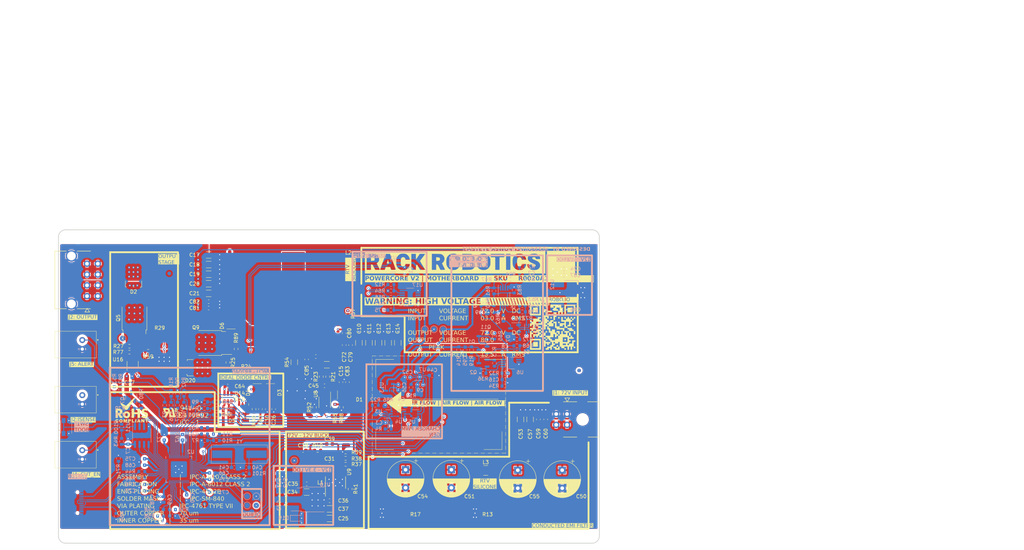
<source format=kicad_pcb>
(kicad_pcb (version 20221018) (generator pcbnew)

  (general
    (thickness 1.64)
  )

  (paper "A3")
  (title_block
    (title "PC-02 EDM PULSE GENERATOR")
    (company "DRAGONFLY POWER SYSTEMS")
  )

  (layers
    (0 "F.Cu" signal)
    (1 "In1.Cu" power)
    (2 "In2.Cu" signal)
    (3 "In3.Cu" signal)
    (4 "In4.Cu" power)
    (31 "B.Cu" signal)
    (32 "B.Adhes" user "B.Adhesive")
    (33 "F.Adhes" user "F.Adhesive")
    (34 "B.Paste" user)
    (35 "F.Paste" user)
    (36 "B.SilkS" user "B.Silkscreen")
    (37 "F.SilkS" user "F.Silkscreen")
    (38 "B.Mask" user)
    (39 "F.Mask" user)
    (40 "Dwgs.User" user "User.Drawings")
    (41 "Cmts.User" user "User.Comments")
    (42 "Eco1.User" user "User.Eco1")
    (43 "Eco2.User" user "User.Eco2")
    (44 "Edge.Cuts" user)
    (45 "Margin" user)
    (46 "B.CrtYd" user "B.Courtyard")
    (47 "F.CrtYd" user "F.Courtyard")
    (48 "B.Fab" user)
    (49 "F.Fab" user)
    (50 "User.1" user)
    (51 "User.2" user)
    (52 "User.3" user)
    (53 "User.4" user)
    (54 "User.5" user)
    (55 "User.6" user)
    (56 "User.7" user)
    (57 "User.8" user)
    (58 "User.9" user)
  )

  (setup
    (stackup
      (layer "F.SilkS" (type "Top Silk Screen") (color "White"))
      (layer "F.Paste" (type "Top Solder Paste"))
      (layer "F.Mask" (type "Top Solder Mask") (color "#000000CC") (thickness 0.01))
      (layer "F.Cu" (type "copper") (thickness 0.07))
      (layer "dielectric 1" (type "prepreg") (thickness 0.18) (material "FR4") (epsilon_r 4.29) (loss_tangent 0.02))
      (layer "In1.Cu" (type "copper") (thickness 0.035))
      (layer "dielectric 2" (type "core") (thickness 0.4) (material "FR4") (epsilon_r 4.29) (loss_tangent 0.02))
      (layer "In2.Cu" (type "copper") (thickness 0.035))
      (layer "dielectric 3" (type "prepreg") (thickness 0.18) (material "FR4") (epsilon_r 4.29) (loss_tangent 0.02))
      (layer "In3.Cu" (type "copper") (thickness 0.035))
      (layer "dielectric 4" (type "core") (thickness 0.4) (material "FR4") (epsilon_r 4.29) (loss_tangent 0.02))
      (layer "In4.Cu" (type "copper") (thickness 0.035))
      (layer "dielectric 5" (type "prepreg") (thickness 0.18) (material "FR4") (epsilon_r 4.29) (loss_tangent 0.02))
      (layer "B.Cu" (type "copper") (thickness 0.07))
      (layer "B.Mask" (type "Bottom Solder Mask") (color "#000000CC") (thickness 0.01))
      (layer "B.Paste" (type "Bottom Solder Paste"))
      (layer "B.SilkS" (type "Bottom Silk Screen") (color "White"))
      (copper_finish "ENIG")
      (dielectric_constraints no)
    )
    (pad_to_mask_clearance 0.0508)
    (solder_mask_min_width 0.0762)
    (aux_axis_origin 126.999998 193.999998)
    (pcbplotparams
      (layerselection 0x00010fc_ffffffff)
      (plot_on_all_layers_selection 0x0000000_00000000)
      (disableapertmacros false)
      (usegerberextensions true)
      (usegerberattributes false)
      (usegerberadvancedattributes false)
      (creategerberjobfile false)
      (dashed_line_dash_ratio 12.000000)
      (dashed_line_gap_ratio 3.000000)
      (svgprecision 4)
      (plotframeref false)
      (viasonmask false)
      (mode 1)
      (useauxorigin true)
      (hpglpennumber 1)
      (hpglpenspeed 20)
      (hpglpendiameter 15.000000)
      (dxfpolygonmode true)
      (dxfimperialunits true)
      (dxfusepcbnewfont true)
      (psnegative false)
      (psa4output false)
      (plotreference false)
      (plotvalue false)
      (plotinvisibletext false)
      (sketchpadsonfab false)
      (subtractmaskfromsilk true)
      (outputformat 1)
      (mirror false)
      (drillshape 0)
      (scaleselection 1)
      (outputdirectory "Gerbers/")
    )
  )

  (net 0 "")
  (net 1 "+3V3")
  (net 2 "GND")
  (net 3 "/CONTROLS/V_SENSE_FILTERED")
  (net 4 "/CONTROLS/V_SLOPE")
  (net 5 "VBUS")
  (net 6 "+12V")
  (net 7 "/CHARGER_POWER_STAGE/CHARGER_TEMP")
  (net 8 "/CONTROLS/CURRENT_TRIP")
  (net 9 "Net-(R49-Pad2)")
  (net 10 "/CONTROLS/OUTPUT_ISENSE_MICRO")
  (net 11 "Net-(Q10A-G)")
  (net 12 "Net-(U4-Pad2)")
  (net 13 "Net-(U8-IN)")
  (net 14 "+1V1")
  (net 15 "/MICRO/OUTPUT_STAGE_TEMP")
  (net 16 "/CHARGER_POWER_STAGE/VCAP")
  (net 17 "Net-(D7-A{slash}K)")
  (net 18 "/CONTROLS/CC_I_LIMIT")
  (net 19 "Net-(U9-BST)")
  (net 20 "Net-(U9-SW)")
  (net 21 "Net-(C38-Pad1)")
  (net 22 "Net-(U9-FB)")
  (net 23 "Net-(C40-Pad1)")
  (net 24 "/MICRO/XIN")
  (net 25 "/CONTROLS/V_CAP_SET")
  (net 26 "/CHARGER_POWER_STAGE/VSW")
  (net 27 "/CONTROLS/SLOPE_GENERATION/I_LIMIT_ADJUSTED")
  (net 28 "+5V")
  (net 29 "VDC")
  (net 30 "Net-(U7A--)")
  (net 31 "Net-(D3-K)")
  (net 32 "Net-(D5-A)")
  (net 33 "/CHARGER_POWER_STAGE/VHB_DIODE")
  (net 34 "/CHARGER_POWER_STAGE/VS_DIODE")
  (net 35 "Net-(Q3-G)")
  (net 36 "Net-(C84-Pad1)")
  (net 37 "Net-(C85-Pad2)")
  (net 38 "Net-(D1-K)")
  (net 39 "/CONNECTORS/ELECTRODE_-")
  (net 40 "Net-(D5-K)")
  (net 41 "/CONNECTORS/OUTPUT_ISENSE")
  (net 42 "/CONNECTORS/CUT_EN")
  (net 43 "/CONNECTORS/SHORT_ALERT")
  (net 44 "unconnected-(J6-VBUS-PadA4)")
  (net 45 "/CONNECTORS/USB_D_N")
  (net 46 "/CONNECTORS/USB_D_P")
  (net 47 "Net-(J6-CC1)")
  (net 48 "Net-(L2-Pad1)")
  (net 49 "/CONTROLS/OUTPUT_SHUNT_+")
  (net 50 "unconnected-(J6-SBU1-PadA8)")
  (net 51 "/CHARGER_POWER_STAGE/V_SHUNT_+")
  (net 52 "/CHARGER_POWER_STAGE/V_SHUNT_-")
  (net 53 "Net-(Q1-G)")
  (net 54 "Net-(Q2-G)")
  (net 55 "Net-(Q2-S)")
  (net 56 "Net-(Q2-D)")
  (net 57 "Net-(U16-IN)")
  (net 58 "Net-(U16-HO)")
  (net 59 "Net-(Q5-G)")
  (net 60 "Net-(Q7-G)")
  (net 61 "Net-(Q7-D)")
  (net 62 "/CHARGER_POWER_STAGE/VGH")
  (net 63 "Net-(Q9-G)")
  (net 64 "Net-(Q11-G)")
  (net 65 "Net-(U13-+)")
  (net 66 "Net-(U3-D)")
  (net 67 "Net-(U3-~{CLR})")
  (net 68 "/CONTROLS/CC_SLOPE_BLANKING")
  (net 69 "Net-(U6B-+)")
  (net 70 "/CHARGER_POWER_STAGE/CC_CHARGER_EN")
  (net 71 "/CONTROLS/SPARK_THRESHOLD_PWM")
  (net 72 "/MICRO/P_USB_P")
  (net 73 "/CONTROLS/OUTPUT_CURRENT_TRIP")
  (net 74 "Net-(R15-Pad2)")
  (net 75 "/MICRO/P_USB_N")
  (net 76 "Net-(J6-CC2)")
  (net 77 "Net-(U8-EN)")
  (net 78 "Net-(U8-HO)")
  (net 79 "/CHARGER_POWER_STAGE/CC_CHARGER_HI")
  (net 80 "/CHARGER_POWER_STAGE/VG_DIODE")
  (net 81 "/MICRO/OUTPUT_EN")
  (net 82 "/CONTROLS/CC_I_LIMIT_PWM")
  (net 83 "/CONTROLS/V_CAP_SET_PWM")
  (net 84 "Net-(R33-Pad1)")
  (net 85 "Net-(R38-Pad2)")
  (net 86 "Net-(U9-RT)")
  (net 87 "/MICRO/QSPI_SS")
  (net 88 "/CONTROLS/CC_CLK")
  (net 89 "Net-(U3-C)")
  (net 90 "Net-(U15A--)")
  (net 91 "unconnected-(J6-SBU2-PadB8)")
  (net 92 "/CONTROLS/VSENSE_TRIP")
  (net 93 "unconnected-(U6-Pad1)")
  (net 94 "/CONTROLS/CC_PWM_nEN")
  (net 95 "Net-(U15A-+)")
  (net 96 "Net-(U8-RDT)")
  (net 97 "Net-(U8-LO)")
  (net 98 "Net-(U15B-+)")
  (net 99 "Net-(U15B--)")
  (net 100 "Net-(R78-Pad2)")
  (net 101 "/MICRO/CUT_nEN")
  (net 102 "/CHARGER_POWER_STAGE/DIODE_ON")
  (net 103 "Net-(U14-IN)")
  (net 104 "/CHARGER_POWER_STAGE/GATE_BIAS_CLK")
  (net 105 "Net-(R100-Pad2)")
  (net 106 "/MICRO/XOUT")
  (net 107 "/CONNECTORS/SWCLK")
  (net 108 "/CONNECTORS/SWDIO")
  (net 109 "unconnected-(U2-GPIO23-Pad35)")
  (net 110 "unconnected-(U2-GPIO24-Pad36)")
  (net 111 "unconnected-(U2-GPIO16-Pad27)")
  (net 112 "unconnected-(U2-GPIO17-Pad28)")
  (net 113 "unconnected-(U2-GPIO18-Pad29)")
  (net 114 "unconnected-(U2-GPIO19-Pad30)")
  (net 115 "unconnected-(U2-GPIO20-Pad31)")
  (net 116 "unconnected-(U2-GPIO21-Pad32)")
  (net 117 "unconnected-(U2-GPIO22-Pad34)")
  (net 118 "unconnected-(U2-GPIO25-Pad37)")
  (net 119 "Net-(U11-~{RST}(IO3))")
  (net 120 "Net-(U11-CLK)")
  (net 121 "Net-(U11-DI(IO0))")
  (net 122 "Net-(U11-~{WP}(IO2))")
  (net 123 "Net-(U11-DO(IO1))")
  (net 124 "unconnected-(U8-NC-Pad5)")
  (net 125 "unconnected-(U9-PGOOD-Pad6)")
  (net 126 "Net-(U17A-+)")
  (net 127 "Net-(U17A--)")
  (net 128 "/CONTROLS/VSENSE_BUFFERED")
  (net 129 "Net-(C51-Pad2)")
  (net 130 "Net-(R62-Pad1)")
  (net 131 "Net-(D7-A)")
  (net 132 "Net-(D7-K)")
  (net 133 "unconnected-(U17-Pad7)")
  (net 134 "Net-(J5-Pad1)")
  (net 135 "Net-(Q5-S)")
  (net 136 "/CONTROLS/OUTPUT_SHUNT_-")
  (net 137 "Net-(D19-K)")
  (net 138 "unconnected-(U2-GPIO7-Pad9)")
  (net 139 "unconnected-(U2-GPIO8-Pad11)")

  (footprint "NET_TIES:NET_TIE_SMD_10mil" (layer "F.Cu") (at 180.339998 137.269 90))

  (footprint "SMD_INDUCTORS:PQ2617BHA" (layer "F.Cu") (at 192.150998 123.514998))

  (footprint "CONNECTORS:0430450822" (layer "F.Cu") (at 130.599998 120.914999 -90))

  (footprint "SMD_INDUCTORS:VLS6045EX" (layer "F.Cu") (at 196.849998 172.823998 180))

  (footprint "Capacitor_SMD:C_0603_1608Metric" (layer "F.Cu") (at 183.015998 156.788998 -90))

  (footprint "Capacitor_SMD:C_0603_1608Metric" (layer "F.Cu") (at 194.817998 168.251998 180))

  (footprint (layer "F.Cu") (at 174.498 113.157))

  (footprint "CONNECTORS:S2B-XH-A-1" (layer "F.Cu") (at 133.61432 154.149998 90))

  (footprint "Capacitor_SMD:C_0603_1608Metric" (layer "F.Cu") (at 200.786998 150.311998 180))

  (footprint "Capacitor_SMD:C_0603_1608Metric" (layer "F.Cu") (at 262.128 159.639 90))

  (footprint "Capacitor_SMD:C_0603_1608Metric" (layer "F.Cu") (at 173.998998 150.375498))

  (footprint "Resistor_SMD:R_1206_3216Metric" (layer "F.Cu") (at 201.421998 144.469998 180))

  (footprint "Capacitor_SMD:C_1206_3216Metric" (layer "F.Cu") (at 221.106998 138.373998 90))

  (footprint "DFN_QFN:INFINEON_TSDSON-8-25" (layer "F.Cu") (at 203.072998 140.151998 -90))

  (footprint "Capacitor_SMD:C_0603_1608Metric" (layer "F.Cu") (at 146.697998 147.644998))

  (footprint "NET_TIES:NET_TIE_SMD_10mil" (layer "F.Cu") (at 156.336998 137.777 90))

  (footprint "Resistor_SMD:R_0603_1608Metric" (layer "F.Cu") (at 206.629 172.085 180))

  (footprint "Capacitor_SMD:C_0603_1608Metric" (layer "F.Cu") (at 173.490998 156.725498))

  (footprint "Resistor_SMD:R_0603_1608Metric" (layer "F.Cu") (at 199.897998 147.771998 -90))

  (footprint "Resistor_SMD:R_0603_1608Metric" (layer "F.Cu") (at 176.276 140.081 90))

  (footprint "Capacitor_SMD:C_1206_3216Metric" (layer "F.Cu") (at 255.143 159.639 90))

  (footprint "Resistor_SMD:R_0603_1608Metric" (layer "F.Cu") (at 203.707998 156.280998 90))

  (footprint "Package_TO_SOT_SMD:TO-277A" (layer "F.Cu") (at 147.827998 119.689998 180))

  (footprint "Resistor_SMD:R_0603_1608Metric" (layer "F.Cu") (at 181.237998 156.788998 -90))

  (footprint "Fiducial:Fiducial_1mm_Mask2mm" (layer "F.Cu") (at 148.082 186.817))

  (footprint "Capacitor_SMD:C_1206_3216Metric" (layer "F.Cu") (at 210.311998 138.373998 90))

  (footprint "Capacitor_SMD:C_1206_3216Metric" (layer "F.Cu") (at 213.105998 138.373998 90))

  (footprint "Package_TO_SOT_SMD:SOT-23-6" (layer "F.Cu") (at 173.998998 153.550498 90))

  (footprint "Capacitor_SMD:C_0603_1608Metric" (layer "F.Cu") (at 184.920998 156.788998 -90))

  (footprint "Capacitor_SMD:C_1206_3216Metric" (layer "F.Cu") (at 168.655998 113.989998))

  (footprint "Capacitor_SMD:C_0603_1608Metric" (layer "F.Cu") (at 207.136998 149.295998 90))

  (footprint "Capacitor_SMD:C_1206_3216Metric" (layer "F.Cu") (at 257.81 159.639 90))

  (footprint "Resistor_SMD:R_0603_1608Metric" (layer "F.Cu") (at 206.628998 168.656 180))

  (footprint "NET_TIES:NET_TIE_SMD_10mil" (layer "F.Cu") (at 180.339998 141.369 90))

  (footprint "TSOP_PACKAGES:TSOP_6_2.5MM WIDTH" (layer "F.Cu") (at 178.062998 156.788998 -90))

  (footprint "CONNECTORS:S2B-XH-A-1" (layer "F.Cu") (at 133.61432 138.857938 90))

  (footprint "Capacitor_SMD:C_0603_1608Metric" (layer "F.Cu") (at 168.655998 126.943998))

  (footprint "Capacitor_SMD:C_0603_1608Metric" (layer "F.Cu") (at 198.373998 142.183998 180))

  (footprint "Capacitor_SMD:C_0603_1608Metric" (layer "F.Cu") (at 205.358998 149.295998 90))

  (footprint "GRAPHICS:powercore_version_2.0_graphic_3" (layer "F.Cu")
    (tstamp 5ee18884-9c0f-406e-b0d2-2c894256c972)
    (at 141.346 190.069)
    (attr smd)
    (fp_text reference "REF**" (at -27 -7 unlocked) (layer "User.1")
        (effects (font (size 1 1) (thickness 0.1)))
      (tstamp e53af15d-bf74-4bfb-8e02-3a951425c197)
    )
    (fp_text value "powercore_version_2.0_graphic_3" (at -18 -9 unlocked) (layer "F.Fab")
        (effects (font (size 1 1) (thickness 0.15)))
      (tstamp c7d01525-7948-44c0-8acd-114b8adc52a8)
    )
    (fp_text user "${REFERENCE}" (at -25 -5 unlocked) (layer "F.Fab")
        (effects (font (size 1 1) (thickness 0.15)))
      (tstamp a95eca27-a40f-4875-8743-f9fd430dbc9f)
    )
    (fp_text_box "ASSEMBLY			|	IPC-A-610 CLASS 2\nFABRICATION 		| 	IPC-A-6012 CLASS 2\nENIG PLATING 		| 	IPC-4552B\nSOLDER MASK		| 	IPC-SM-840\nVIA PLATING 		| 	IPC-4761 TYPE VII\nOUTER COPPER 	|	70 um\nINNER COPPER	|	35 um"
    (start 1 -16) (end 46 -4) (layer "F.SilkS") (tstamp cb7f11b2-71ce-45fc-b399-29f895369ccf)
        (effects (font (face "Bahnschrift") (size 1.2 1.2) (thickness 0.1)) (justify left top))
      (render_cache "ASSEMBLY			|	IPC-A-610 CLASS 2\nFABRICATION 		| 	IPC-A-6012 CLASS 2\nENIG PLATING 		| 	IPC-4552B\nSOLDER MASK		| 	IPC-SM-840\nVIA PLATING 		| 	IPC-4761 TYPE VII\nOUTER COPPER 	|	70 um\nINNER COPPER	|	35 um" 0
        (polygon
          (pts
            (xy 1.932825 -13.900001)            (xy 2.372462 -15.092589)            (xy 2.515197 -15.092589)            (xy 2.954835 -13.900001)
            (xy 2.774583 -13.900001)            (xy 2.443976 -14.86222)            (xy 2.113369 -13.900001)
          )
        )
        (polygon
          (pts
            (xy 2.135351 -14.161731)            (xy 2.135351 -14.32088)            (xy 2.76286 -14.32088)            (xy 2.76286 -14.161731)
          )
        )
        (polygon
          (pts
            (xy 3.427298 -13.887691)            (xy 3.411067 -13.887835)            (xy 3.395015 -13.888268)            (xy 3.379145 -13.888989)
            (xy 3.363454 -13.889999)            (xy 3.347944 -13.891297)            (xy 3.332614 -13.892884)            (xy 3.317465 -13.894759)
            (xy 3.302496 -13.896923)            (xy 3.287707 -13.899375)            (xy 3.273099 -13.902116)            (xy 3.26346 -13.904104)
            (xy 3.249202 -13.907325)            (xy 3.235113 -13.910836)            (xy 3.221195 -13.914634)            (xy 3.207447 -13.918722)
            (xy 3.193869 -13.923097)            (xy 3.180461 -13.927762)            (xy 3.167223 -13.932715)            (xy 3.154155 -13.937956)
            (xy 3.141257 -13.943486)            (xy 3.128529 -13.949304)            (xy 3.120138 -13.953343)            (xy 3.107683 -13.959642)
            (xy 3.095378 -13.96623)            (xy 3.083221 -13.973106)            (xy 3.071215 -13.980271)            (xy 3.059357 -13.987724)
            (xy 3.047649 -13.995466)            (xy 3.036091 -14.003496)            (xy 3.024682 -14.011815)            (xy 3.013422 -14.020422)
            (xy 3.002312 -14.029318)            (xy 2.994988 -14.035409)            (xy 3.099035 -14.163197)            (xy 3.111958 -14.152408)
            (xy 3.125118 -14.142135)            (xy 3.138515 -14.132377)            (xy 3.152149 -14.123135)            (xy 3.16602 -14.114407)
            (xy 3.180128 -14.106195)            (xy 3.194473 -14.098498)            (xy 3.209055 -14.091316)            (xy 3.223874 -14.084649)
            (xy 3.238929 -14.078498)            (xy 3.249098 -14.074683)            (xy 3.264609 -14.069393)            (xy 3.280367 -14.064623)
            (xy 3.296373 -14.060373)            (xy 3.312626 -14.056644)            (xy 3.329126 -14.053435)            (xy 3.345873 -14.050747)
            (xy 3.362868 -14.048579)            (xy 3.38011 -14.046931)            (xy 3.397599 -14.045803)            (xy 3.409396 -14.045341)
            (xy 3.421303 -14.04511)            (xy 3.427298 -14.045081)            (xy 3.443263 -14.04527)            (xy 3.458773 -14.045836)
            (xy 3.473827 -14.046781)            (xy 3.488426 -14.048103)            (xy 3.502569 -14.049803)            (xy 3.516256 -14.051881)
            (xy 3.529487 -14.054337)            (xy 3.542263 -14.057171)            (xy 3.554583 -14.060382)            (xy 3.566448 -14.063971)
            (xy 3.577856 -14.067938)            (xy 3.58881 -14.072283)            (xy 3.604385 -14.079509)            (xy 3.618935 -14.087585)
            (xy 3.628065 -14.093441)            (xy 3.640846 -14.102898)            (xy 3.652369 -14.113025)            (xy 3.662635 -14.123822)
            (xy 3.671645 -14.135289)            (xy 3.679397 -14.147425)            (xy 3.685892 -14.160231)            (xy 3.691129 -14.173707)
            (xy 3.69511 -14.187853)            (xy 3.697834 -14.202668)            (xy 3.6993 -14.218154)            (xy 3.69958 -14.228849)
            (xy 3.69958 -14.229728)            (xy 3.699263 -14.242197)            (xy 3.698312 -14.254104)            (xy 3.696059 -14.269107)
            (xy 3.69268 -14.283111)            (xy 3.688173 -14.296117)            (xy 3.68254 -14.308125)            (xy 3.675781 -14.319134)
            (xy 3.667895 -14.329145)            (xy 3.66353 -14.333776)            (xy 3.654164 -14.342569)            (xy 3.644094 -14.350775)
            (xy 3.633318 -14.358395)            (xy 3.621837 -14.36543)            (xy 3.609651 -14.371878)            (xy 3.59676 -14.37774)
            (xy 3.583163 -14.383015)            (xy 3.568861 -14.387705)            (xy 3.554032 -14.392005)            (xy 3.542683 -14.395104)
            (xy 3.531137 -14.398094)            (xy 3.519396 -14.400977)            (xy 3.507458 -14.403751)            (xy 3.495325 -14.406418)
            (xy 3.482997 -14.408975)            (xy 3.470472 -14.411425)            (xy 3.457752 -14.413767)            (xy 3.444836 -14.416)
            (xy 3.440487 -14.416721)            (xy 3.427837 -14.4189)            (xy 3.415167 -14.421151)            (xy 3.402476 -14.423475)
            (xy 3.389764 -14.425871)            (xy 3.377032 -14.428338)            (xy 3.364279 -14.430878)            (xy 3.351505 -14.43349)
            (xy 3.338711 -14.436175)            (xy 3.325896 -14.438931)            (xy 3.313061 -14.441759)            (xy 3.304493 -14.443685)
            (xy 3.291783 -14.446805)            (xy 3.279265 -14.450228)            (xy 3.266937 -14.453956)            (xy 3.2548 -14.457987)
            (xy 3.242853 -14.462322)            (xy 3.231097 -14.466962)            (xy 3.219532 -14.471905)            (xy 3.208157 -14.477152)
            (xy 3.196973 -14.482704)            (xy 3.185979 -14.488559)            (xy 3.178756 -14.492631)            (xy 3.168184 -14.499149)
            (xy 3.158008 -14.506171)            (xy 3.148228 -14.513698)            (xy 3.138846 -14.52173)            (xy 3.12986 -14.530267)
            (xy 3.12127 -14.539308)            (xy 3.113078 -14.548855)            (xy 3.105282 -14.558907)            (xy 3.097883 -14.569463)
            (xy 3.09088 -14.580524)            (xy 3.086433 -14.588179)            (xy 3.080199 -14.60025)            (xy 3.07458 -14.613053)
            (xy 3.069573 -14.626587)            (xy 3.065179 -14.640853)            (xy 3.061398 -14.655851)            (xy 3.058231 -14.67158)
            (xy 3.055676 -14.68804)            (xy 3.053735 -14.705233)            (xy 3.052781 -14.7171)            (xy 3.0521 -14.729294)
            (xy 3.051691 -14.741812)            (xy 3.051555 -14.754655)            (xy 3.051555 -14.755534)            (xy 3.051987 -14.776051)
            (xy 3.053286 -14.795981)            (xy 3.05545 -14.815325)            (xy 3.058479 -14.834083)            (xy 3.062374 -14.852255)
            (xy 3.067134 -14.86984)            (xy 3.07276 -14.886839)            (xy 3.079252 -14.903252)            (xy 3.086609 -14.919079)
            (xy 3.094831 -14.93432)            (xy 3.10392 -14.948975)            (xy 3.113873 -14.963043)            (xy 3.124692 -14.976525)
            (xy 3.136377 -14.989421)            (xy 3.148927 -15.001731)            (xy 3.162343 -15.013455)            (xy 3.176547 -15.024528)
            (xy 3.19146 -15.034887)            (xy 3.207083 -15.044532)            (xy 3.223416 -15.053462)            (xy 3.240459 -15.061677)
            (xy 3.258212 -15.069179)            (xy 3.276674 -15.075966)            (xy 3.295846 -15.082038)            (xy 3.315729 -15.087396)
            (xy 3.33632 -15.09204)            (xy 3.357622 -15.095969)            (xy 3.379634 -15.099184)            (xy 3.402355 -15.101684)
            (xy 3.425787 -15.10347)            (xy 3.437768 -15.104096)            (xy 3.449928 -15.104542)            (xy 3.462264 -15.10481)
            (xy 3.474779 -15.104899)            (xy 3.486778 -15.104779)            (xy 3.498743 -15.104418)            (xy 3.510674 -15.103817)
            (xy 3.522571 -15.102976)            (xy 3.534433 -15.101894)            (xy 3.546261 -15.100572)            (xy 3.558054 -15.099009)
            (xy 3.569814 -15.097206)            (xy 3.581538 -15.095162)            (xy 3.593229 -15.092878)            (xy 3.604885 -15.090354)
            (xy 3.616507 -15.087589)            (xy 3.628094 -15.084583)            (xy 3.639647 -15.081338)            (xy 3.651166 -15.077851)
            (xy 3.66265 -15.074125)            (xy 3.674134 -15.070186)            (xy 3.685576 -15.065991)            (xy 3.696976 -15.06154)
            (xy 3.708336 -15.056832)            (xy 3.719654 -15.051868)            (xy 3.730931 -15.046647)            (xy 3.742167 -15.04117)
            (xy 3.753362 -15.035437)            (xy 3.764516 -15.029447)            (xy 3.775628 -15.0232)            (xy 3.786699 -15.016697)
            (xy 3.797729 -15.009938)            (xy 3.808717 -15.002922)            (xy 3.819665 -14.995649)            (xy 3.830571 -14.988121)
            (xy 3.841436 -14.980335)            (xy 3.746474 -14.847565)            (xy 3.733675 -14.856843)            (xy 3.720886 -14.865662)
            (xy 3.708107 -14.874023)            (xy 3.695339 -14.881925)            (xy 3.682581 -14.889369)            (xy 3.669833 -14.896354)
            (xy 3.657096 -14.902881)            (xy 3.644369 -14.908949)            (xy 3.631652 -14.914559)            (xy 3.618945 -14.91971)
            (xy 3.61048 -14.92289)            (xy 3.597833 -14.927289)            (xy 3.58517 -14.931256)            (xy 3.572492 -14.934791)
            (xy 3.559798 -14.937892)            (xy 3.547089 -14.940561)            (xy 3.534364 -14.942797)            (xy 3.521624 -14.9446)
            (xy 3.508869 -14.94597)            (xy 3.496098 -14.946908)            (xy 3.483312 -14.947413)            (xy 3.474779 -14.947509)
            (xy 3.459714 -14.947318)            (xy 3.445076 -14.946744)            (xy 3.430863 -14.945788)            (xy 3.417076 -14.94445)
            (xy 3.403715 -14.942729)            (xy 3.390781 -14.940626)            (xy 3.378271 -14.938141)            (xy 3.366188 -14.935273)
            (xy 3.354531 -14.932022)            (xy 3.3433 -14.92839)            (xy 3.327251 -14.922224)            (xy 3.312161 -14.915197)
            (xy 3.298029 -14.90731)            (xy 3.284855 -14.898563)            (xy 3.272756 -14.889082)            (xy 3.261847 -14.878886)
            (xy 3.252127 -14.867973)            (xy 3.243598 -14.856344)            (xy 3.236259 -14.843999)            (xy 3.23011 -14.830938)
            (xy 3.225152 -14.817161)            (xy 3.221383 -14.802667)            (xy 3.218804 -14.787458)            (xy 3.217416 -14.771532)
            (xy 3.217151 -14.760517)            (xy 3.217151 -14.759638)            (xy 3.217497 -14.747331)            (xy 3.218532 -14.735581)
            (xy 3.220987 -14.72078)            (xy 3.224669 -14.706968)            (xy 3.229578 -14.694145)            (xy 3.235715 -14.682312)
            (xy 3.243078 -14.671467)            (xy 3.25167 -14.661612)            (xy 3.256426 -14.657056)            (xy 3.266693 -14.648547)
            (xy 3.277711 -14.640606)            (xy 3.289481 -14.633233)            (xy 3.302001 -14.626428)            (xy 3.315273 -14.62019)
            (xy 3.329295 -14.614521)            (xy 3.344069 -14.609419)            (xy 3.355642 -14.605966)            (xy 3.359594 -14.604885)
            (xy 3.371601 -14.601771)            (xy 3.383774 -14.598693)            (xy 3.396111 -14.59565)            (xy 3.408613 -14.592644)
            (xy 3.42128 -14.589674)            (xy 3.434112 -14.58674)            (xy 3.447109 -14.583842)            (xy 3.460271 -14.58098)
            (xy 3.473597 -14.578154)            (xy 3.487089 -14.575364)            (xy 3.496174 -14.573525)            (xy 3.508484 -14.571005)
            (xy 3.520794 -14.568393)            (xy 3.533104 -14.565688)            (xy 3.545414 -14.562891)            (xy 3.557724 -14.560001)
            (xy 3.570033 -14.557018)            (xy 3.582343 -14.553942)            (xy 3.594653 -14.550773)            (xy 3.606963 -14.547512)
            (xy 3.619273 -14.544158)            (xy 3.627479 -14.541871)            (xy 3.639684 -14.538264)            (xy 3.651677 -14.534369)
            (xy 3.663458 -14.530186)            (xy 3.675029 -14.525714)            (xy 3.686388 -14.520954)            (xy 3.697536 -14.515905)
            (xy 3.708473 -14.510567)            (xy 3.719199 -14.504941)            (xy 3.729713 -14.499027)            (xy 3.740016 -14.492824)
            (xy 3.746768 -14.488528)            (xy 3.756636 -14.481762)            (xy 3.766129 -14.474542)            (xy 3.775245 -14.466869)
            (xy 3.783986 -14.458743)            (xy 3.79235 -14.450163)            (xy 3.800338 -14.44113)            (xy 3.80795 -14.431643)
            (xy 3.815186 -14.421703)            (xy 3.822046 -14.41131)            (xy 3.82853 -14.400463)            (xy 3.832643 -14.39298)
            (xy 3.838457 -14.38128)            (xy 3.843699 -14.368931)            (xy 3.84837 -14.355932)            (xy 3.852468 -14.342285)
            (xy 3.855995 -14.327988)            (xy 3.858949 -14.313042)            (xy 3.861332 -14.297447)            (xy 3.863143 -14.281203)
            (xy 3.864382 -14.264309)            (xy 3.865049 -14.246767)            (xy 3.865176 -14.234711)            (xy 3.865176 -14.232952)
            (xy 3.864728 -14.212653)            (xy 3.863381 -14.192936)            (xy 3.861137 -14.173801)            (xy 3.857996 -14.155246)
            (xy 3.853957 -14.137274)            (xy 3.84902 -14.119883)            (xy 3.843185 -14.103074)            (xy 3.836453 -14.086846)
            (xy 3.828824 -14.0712)            (xy 3.820297 -14.056136)            (xy 3.810872 -14.041653)            (xy 3.80055 -14.027752)
            (xy 3.78933 -14.014432)            (xy 3.777212 -14.001694)            (xy 3.764197 -13.989538)            (xy 3.750285 -13.977963)
            (xy 3.735593 -13.967031)            (xy 3.720169 -13.956805)            (xy 3.704013 -13.947284)            (xy 3.687123 -13.938469)
            (xy 3.669501 -13.930358)            (xy 3.651146 -13.922953)            (xy 3.632059 -13.916253)            (xy 3.612239 -13.910259)
            (xy 3.591686 -13.904969)            (xy 3.5704 -13.900385)            (xy 3.548381 -13.896506)            (xy 3.52563 -13.893333)
            (xy 3.51398 -13.89201)            (xy 3.502146 -13.890864)            (xy 3.490129 -13.889895)            (xy 3.477929 -13.889101)
            (xy 3.465546 -13.888484)            (xy 3.45298 -13.888043)            (xy 3.440231 -13.887779)
          )
        )
        (polygon
          (pts
            (xy 4.428498 -13.887691)            (xy 4.412267 -13.887835)            (xy 4.396216 -13.888268)            (xy 4.380345 -13.888989)
            (xy 4.364655 -13.889999)            (xy 4.349145 -13.891297)            (xy 4.333815 -13.892884)            (xy 4.318665 -13.894759)
            (xy 4.303696 -13.896923)            (xy 4.288907 -13.899375)            (xy 4.274299 -13.902116)            (xy 4.26466 -13.904104)
            (xy 4.250402 -13.907325)            (xy 4.236314 -13.910836)            (xy 4.222396 -13.914634)            (xy 4.208648 -13.918722)
            (xy 4.195069 -13.923097)            (xy 4.181661 -13.927762)            (xy 4.168423 -13.932715)            (xy 4.155355 -13.937956)
            (xy 4.142457 -13.943486)            (xy 4.129729 -13.949304)            (xy 4.121338 -13.953343)            (xy 4.108883 -13.959642)
            (xy 4.096578 -13.96623)            (xy 4.084422 -13.973106)            (xy 4.072415 -13.980271)            (xy 4.060558 -13.987724)
            (xy 4.04885 -13.995466)            (xy 4.037291 -14.003496)            (xy 4.025882 -14.011815)            (xy 4.014622 -14.020422)
            (xy 4.003512 -14.029318)            (xy 3.996188 -14.035409)            (xy 4.100236 -14.163197)            (xy 4.113159 -14.152408)
            (xy 4.126319 -14.142135)            (xy 4.139716 -14.132377)            (xy 4.153349 -14.123135)            (xy 4.16722 -14.114407)
            (xy 4.181328 -14.106195)            (xy 4.195673 -14.098498)            (xy 4.210255 -14.091316)            (xy 4.225074 -14.084649)
            (xy 4.24013 -14.078498)            (xy 4.250299 -14.074683)            (xy 4.26581 -14.069393)            (xy 4.281568 -14.064623)
            (xy 4.297573 -14.060373)            (xy 4.313826 -14.056644)            (xy 4.330326 -14.053435)            (xy 4.347074 -14.050747)
            (xy 4.364068 -14.048579)            (xy 4.38131 -14.046931)            (xy 4.3988 -14.045803)            (xy 4.410597 -14.045341)
            (xy 4.422504 -14.04511)            (xy 4.428498 -14.045081)            (xy 4.444464 -14.04527)            (xy 4.459973 -14.045836)
            (xy 4.475028 -14.046781)            (xy 4.489626 -14.048103)            (xy 4.503769 -14.049803)            (xy 4.517456 -14.051881)
            (xy 4.530687 -14.054337)            (xy 4.543463 -14.057171)            (xy 4.555783 -14.060382)            (xy 4.567648 -14.063971)
            (xy 4.579057 -14.067938)            (xy 4.59001 -14.072283)            (xy 4.605585 -14.079509)            (xy 4.620135 -14.087585)
            (xy 4.629266 -14.093441)            (xy 4.642046 -14.102898)            (xy 4.653569 -14.113025)            (xy 4.663836 -14.123822)
            (xy 4.672845 -14.135289)            (xy 4.680597 -14.147425)            (xy 4.687092 -14.160231)            (xy 4.69233 -14.173707)
            (xy 4.69631 -14.187853)            (xy 4.699034 -14.202668)            (xy 4.700501 -14.218154)            (xy 4.70078 -14.228849)
            (xy 4.70078 -14.229728)            (xy 4.700463 -14.242197)            (xy 4.699513 -14.254104)            (xy 4.69726 -14.269107)
            (xy 4.69388 -14.283111)            (xy 4.689374 -14.296117)            (xy 4.683741 -14.308125)            (xy 4.676981 -14.319134)
            (xy 4.669095 -14.329145)            (xy 4.66473 -14.333776)            (xy 4.655365 -14.342569)            (xy 4.645294 -14.350775)
            (xy 4.634519 -14.358395)            (xy 4.623038 -14.36543)            (xy 4.610851 -14.371878)            (xy 4.59796 -14.37774)
            (xy 4.584363 -14.383015)            (xy 4.570061 -14.387705)            (xy 4.555233 -14.392005)            (xy 4.543883 -14.395104)
            (xy 4.532337 -14.398094)            (xy 4.520596 -14.400977)            (xy 4.508659 -14.403751)            (xy 4.496526 -14.406418)
            (xy 4.484197 -14.408975)            (xy 4.471672 -14.411425)            (xy 4.458952 -14.413767)            (xy 4.446036 -14.416)
            (xy 4.441687 -14.416721)            (xy 4.429037 -14.4189)            (xy 4.416367 -14.421151)            (xy 4.403676 -14.423475)
            (xy 4.390964 -14.425871)            (xy 4.378232 -14.428338)            (xy 4.365479 -14.430878)            (xy 4.352705 -14.43349)
            (xy 4.339911 -14.436175)            (xy 4.327097 -14.438931)            (xy 4.314261 -14.441759)            (xy 4.305693 -14.443685)
            (xy 4.292984 -14.446805)            (xy 4.280465 -14.450228)            (xy 4.268137 -14.453956)            (xy 4.256 -14.457987)
            (xy 4.244053 -14.462322)            (xy 4.232297 -14.466962)            (xy 4.220732 -14.471905)            (xy 4.209357 -14.477152)
            (xy 4.198173 -14.482704)            (xy 4.18718 -14.488559)            (xy 4.179957 -14.492631)            (xy 4.169384 -14.499149)
            (xy 4.159208 -14.506171)            (xy 4.149428 -14.513698)            (xy 4.140046 -14.52173)            (xy 4.13106 -14.530267)
            (xy 4.122471 -14.539308)            (xy 4.114278 -14.548855)            (xy 4.106482 -14.558907)            (xy 4.099083 -14.569463)
            (xy 4.092081 -14.580524)            (xy 4.087633 -14.588179)            (xy 4.0814 -14.60025)            (xy 4.07578 -14.613053)
            (xy 4.070773 -14.626587)            (xy 4.066379 -14.640853)            (xy 4.062598 -14.655851)            (xy 4.059431 -14.67158)
            (xy 4.056876 -14.68804)            (xy 4.054935 -14.705233)            (xy 4.053981 -14.7171)            (xy 4.0533 -14.729294)
            (xy 4.052891 -14.741812)            (xy 4.052755 -14.754655)            (xy 4.052755 -14.755534)            (xy 4.053188 -14.776051)
            (xy 4.054486 -14.795981)            (xy 4.05665 -14.815325)            (xy 4.059679 -14.834083)            (xy 4.063574 -14.852255)
            (xy 4.068335 -14.86984)            (xy 4.073961 -14.886839)            (xy 4.080452 -14.903252)            (xy 4.087809 -14.919079)
            (xy 4.096032 -14.93432)            (xy 4.10512 -14.948975)            (xy 4.115074 -14.963043)            (xy 4.125893 -14.976525)
            (xy 4.137577 -14.989421)            (xy 4.150128 -15.001731)            (xy 4.163544 -15.013455)            (xy 4.177747 -15.024528)
            (xy 4.19266 -15.034887)            (xy 4.208283 -15.044532)            (xy 4.224616 -15.053462)            (xy 4.241659 -15.061677)
            (xy 4.259412 -15.069179)            (xy 4.277874 -15.075966)            (xy 4.297047 -15.082038)            (xy 4.316929 -15.087396)
            (xy 4.337521 -15.09204)            (xy 4.358823 -15.095969)            (xy 4.380834 -15.099184)            (xy 4.403556 -15.101684)
            (xy 4.426987 -15.10347)            (xy 4.438969 -15.104096)            (xy 4.451128 -15.104542)            (xy 4.463465 -15.10481)
            (xy 4.475979 -15.104899)            (xy 4.487979 -15.104779)            (xy 4.499944 -15.104418)            (xy 4.511875 -15.103817)
            (xy 4.523771 -15.102976)            (xy 4.535633 -15.101894)            (xy 4.547461 -15.100572)            (xy 4.559255 -15.099009)
            (xy 4.571014 -15.097206)            (xy 4.582739 -15.095162)            (xy 4.594429 -15.092878)            (xy 4.606085 -15.090354)
            (xy 4.617707 -15.087589)            (xy 4.629294 -15.084583)            (xy 4.640847 -15.081338)            (xy 4.652366 -15.077851)
            (xy 4.663851 -15.074125)            (xy 4.675334 -15.070186)            (xy 4.686776 -15.065991)            (xy 4.698177 -15.06154)
            (xy 4.709536 -15.056832)            (xy 4.720855 -15.051868)            (xy 4.732132 -15.046647)            (xy 4.743368 -15.04117)
            (xy 4.754562 -15.035437)            (xy 4.765716 -15.029447)            (xy 4.776828 -15.0232)            (xy 4.787899 -15.016697)
            (xy 4.798929 -15.009938)            (xy 4.809918 -15.002922)            (xy 4.820865 -14.995649)            (xy 4.831771 -14.988121)
            (xy 4.842636 -14.980335)            (xy 4.747675 -14.847565)            (xy 4.734875 -14.856843)            (xy 4.722086 -14.865662)
            (xy 4.709308 -14.874023)            (xy 4.696539 -14.881925)            (xy 4.683781 -14.889369)            (xy 4.671034 -14.896354)
            (xy 4.658296 -14.902881)            (xy 4.645569 -14.908949)            (xy 4.632852 -14.914559)            (xy 4.620146 -14.91971)
            (xy 4.61168 -14.92289)            (xy 4.599033 -14.927289)            (xy 4.58637 -14.931256)            (xy 4.573692 -14.934791)
            (xy 4.560998 -14.937892)            (xy 4.548289 -14.940561)            (xy 4.535565 -14.942797)            (xy 4.522825 -14.9446)
            (xy 4.510069 -14.94597)            (xy 4.497298 -14.946908)            (xy 4.484512 -14.947413)            (xy 4.475979 -14.947509)
            (xy 4.460915 -14.947318)            (xy 4.446276 -14.946744)            (xy 4.432063 -14.945788)            (xy 4.418277 -14.94445)
            (xy 4.404916 -14.942729)            (xy 4.391981 -14.940626)            (xy 4.379472 -14.938141)            (xy 4.367389 -14.935273)
            (xy 4.355731 -14.932022)            (xy 4.3445 -14.92839)            (xy 4.328452 -14.922224)            (xy 4.313361 -14.915197)
            (xy 4.299229 -14.90731)            (xy 4.286056 -14.898563)            (xy 4.273956 -14.889082)            (xy 4.263047 -14.878886)
            (xy 4.253328 -14.867973)            (xy 4.244799 -14.856344)            (xy 4.23746 -14.843999)            (xy 4.231311 -14.830938)
            (xy 4.226352 -14.817161)            (xy 4.222583 -14.802667)            (xy 4.220005 -14.787458)            (xy 4.218616 -14.771532)
            (xy 4.218352 -14.760517)            (xy 4.218352 -14.759638)            (xy 4.218697 -14.747331)            (xy 4.219732 -14.735581)
            (xy 4.222187 -14.72078)            (xy 4.225869 -14.706968)            (xy 4.230778 -14.694145)            (xy 4.236915 -14.682312)
            (xy 4.244279 -14.671467)            (xy 4.25287 -14.661612)            (xy 4.257626 -14.657056)            (xy 4.267893 -14.648547)
            (xy 4.278912 -14.640606)            (xy 4.290681 -14.633233)            (xy 4.303202 -14.626428)            (xy 4.316473 -14.62019)
            (xy 4.330496 -14.614521)            (xy 4.345269 -14.609419)            (xy 4.356842 -14.605966)            (xy 4.360794 -14.604885)
            (xy 4.372802 -14.601771)            (xy 4.384974 -14.598693)            (xy 4.397311 -14.59565)            (xy 4.409814 -14.592644)
            (xy 4.422481 -14.589674)            (xy 4.435313 -14.58674)            (xy 4.448309 -14.583842)            (xy 4.461471 -14.58098)
            (xy 4.474797 -14.578154)            (xy 4.488289 -14.575364)            (xy 4.497375 -14.573525)            (xy 4.509684 -14.571005)
            (xy 4.521994 -14.568393)            (xy 4.534304 -14.565688)            (xy 4.546614 -14.562891)            (xy 4.558924 -14.560001)
            (xy 4.571234 -14.557018)            (xy 4.583544 -14.553942)            (xy 4.595853 -14.550773)            (xy 4.608163 -14.547512)
            (xy 4.620473 -14.544158)            (xy 4.62868 -14.541871)            (xy 4.640884 -14.538264)            (xy 4.652877 -14.534369)
            (xy 4.664659 -14.530186)            (xy 4.676229 -14.525714)            (xy 4.687588 -14.520954)            (xy 4.698736 -14.515905)
            (xy 4.709673 -14.510567)            (xy 4.720399 -14.504941)            (xy 4.730913 -14.499027)            (xy 4.741216 -14.492824)
            (xy 4.747968 -14.488528)            (xy 4.757836 -14.481762)            (xy 4.767329 -14.474542)            (xy 4.776445 -14.466869)
            (xy 4.785186 -14.458743)            (xy 4.79355 -14.450163)            (xy 4.801538 -14.44113)            (xy 4.80915 -14.431643)
            (xy 4.816386 -14.421703)            (xy 4.823246 -14.41131)            (xy 4.82973 -14.400463)            (xy 4.833844 -14.39298)
            (xy 4.839658 -14.38128)            (xy 4.8449 -14.368931)            (xy 4.84957 -14.355932)            (xy 4.853668 -14.342285)
            (xy 4.857195 -14.327988)            (xy 4.86015 -14.313042)            (xy 4.862532 -14.297447)            (xy 4.864343 -14.281203)
            (xy 4.865582 -14.264309)            (xy 4.86625 -14.246767)            (xy 4.866377 -14.234711)            (xy 4.866377 -14.232952)
            (xy 4.865928 -14.212653)            (xy 4.864582 -14.192936)            (xy 4.862338 -14.173801)            (xy 4.859196 -14.155246)
            (xy 4.855157 -14.137274)            (xy 4.85022 -14.119883)            (xy 4.844386 -14.103074)            (xy 4.837654 -14.086846)
            (xy 4.830024 -14.0712)            (xy 4.821497 -14.056136)            (xy 4.812072 -14.041653)            (xy 4.80175 -14.027752)
            (xy 4.79053 -14.014432)            (xy 4.778413 -14.001694)            (xy 4.765398 -13.989538)            (xy 4.751485 -13.977963)
            (xy 4.736794 -13.967031)            (xy 4.72137 -13.956805)            (xy 4.705213 -13.947284)            (xy 4.688324 -13.938469)
            (xy 4.670702 -13.930358)            (xy 4.652347 -13.922953)            (xy 4.633259 -13.916253)            (xy 4.613439 -13.910259)
            (xy 4.592886 -13.904969)            (xy 4.5716 -13.900385)            (xy 4.549582 -13.896506)            (xy 4.52683 -13.893333)
            (xy 4.51518 -13.89201)            (xy 4.503346 -13.890864)            (xy 4.49133 -13.889895)            (xy 4.47913 -13.889101)
            (xy 4.466747 -13.888484)            (xy 4.45418 -13.888043)            (xy 4.441431 -13.887779)
          )
        )
        (polygon
          (pts
            (xy 5.087661 -13.900001)            (xy 5.087661 -15.092589)            (xy 5.255016 -15.092589)            (xy 5.255016 -13.900001)
          )
        )
        (polygon
          (pts
            (xy 5.168847 -13.900001)            (xy 5.168847 -14.059149)            (xy 5.853802 -14.059149)            (xy 5.853802 -13.900001)
          )
        )
        (polygon
          (pts
            (xy 5.168847 -14.412617)            (xy 5.168847 -14.571766)            (xy 5.76353 -14.571766)            (xy 5.76353 -14.412617)
          )
        )
        (polygon
          (pts
            (xy 5.168847 -14.933734)            (xy 5.168847 -15.092589)            (xy 5.853802 -15.092589)            (xy 5.853802 -14.933734)
          )
        )
        (polygon
          (pts
            (xy 6.597961 -14.305346)            (xy 6.948498 -15.092589)            (xy 7.105009 -15.092589)            (xy 7.105009 -13.900001)
            (xy 6.941757 -13.900001)            (xy 6.941757 -14.793343)            (xy 6.949964 -14.74088)            (xy 6.656286 -14.065597)
            (xy 6.539929 -14.065597)            (xy 6.246251 -14.724467)            (xy 6.254458 -14.793343)            (xy 6.254458 -13.900001)
            (xy 6.091206 -13.900001)            (xy 6.091206 -15.092589)            (xy 6.247717 -15.092589)
          )
        )
        (polygon
          (pts
            (xy 7.498045 -13.900001)            (xy 7.498045 -14.055046)            (xy 7.821031 -14.055046)            (xy 7.837361 -14.055244)
            (xy 7.853084 -14.055838)            (xy 7.8682 -14.056828)            (xy 7.882709 -14.058215)            (xy 7.896611 -14.059998)
            (xy 7.909907 -14.062176)            (xy 7.922595 -14.064751)            (xy 7.934677 -14.067722)            (xy 7.946153 -14.071089)
            (xy 7.962228 -14.076883)            (xy 7.976938 -14.083567)            (xy 7.990282 -14.091143)            (xy 8.002261 -14.099611)
            (xy 8.009489 -14.105751)            (xy 8.019389 -14.115594)            (xy 8.028314 -14.125998)            (xy 8.036267 -14.136964)
            (xy 8.043245 -14.148492)            (xy 8.04925 -14.160581)            (xy 8.054281 -14.173232)            (xy 8.058338 -14.186444)
            (xy 8.061421 -14.200218)            (xy 8.063531 -14.214553)            (xy 8.064667 -14.22945)            (xy 8.064883 -14.239693)
            (xy 8.064883 -14.242038)            (xy 8.064469 -14.25832)            (xy 8.063224 -14.273974)            (xy 8.061151 -14.288999)
            (xy 8.058248 -14.303395)            (xy 8.054515 -14.317163)            (xy 8.049953 -14.330302)            (xy 8.044561 -14.342813)
            (xy 8.03834 -14.354695)            (xy 8.03129 -14.365949)            (xy 8.02341 -14.376574)            (xy 8.017696 -14.383308)
            (xy 8.00831 -14.392789)            (xy 7.997847 -14.401337)            (xy 7.986307 -14.408952)            (xy 7.973691 -14.415635)
            (xy 7.959998 -14.421386)            (xy 7.945228 -14.426204)            (xy 7.929381 -14.430089)            (xy 7.912458 -14.433042)
            (xy 7.900577 -14.434493)            (xy 7.888218 -14.435529)            (xy 7.87538 -14.436151)            (xy 7.862064 -14.436358)
            (xy 7.498045 -14.436358)            (xy 7.498045 -14.5873)            (xy 7.862064 -14.5873)            (xy 7.87908 -14.587686)
            (xy 7.895288 -14.588845)            (xy 7.910686 -14.590777)            (xy 7.925276 -14.593482)            (xy 7.939056 -14.59696)
            (xy 7.952028 -14.60121)            (xy 7.964191 -14.606233)            (xy 7.975545 -14.612029)            (xy 7.986091 -14.618598)
            (xy 7.995827 -14.62594)            (xy 8.001869 -14.631264)            (xy 8.010302 -14.639862)            (xy 8.017905 -14.649172)
            (xy 8.024679 -14.659193)            (xy 8.030624 -14.669924)            (xy 8.035739 -14.681367)            (xy 8.040024 -14.69352)
            (xy 8.043481 -14.706385)            (xy 8.046107 -14.71996)            (xy 8.047904 -14.734247)            (xy 8.048872 -14.749244)
            (xy 8.049056 -14.759638)            (xy 8.048595 -14.776002)            (xy 8.047212 -14.791573)            (xy 8.044906 -14.806351)
            (xy 8.041679 -14.820335)            (xy 8.037529 -14.833526)            (xy 8.032457 -14.845923)            (xy 8.026462 -14.857527)
            (xy 8.019546 -14.868338)            (xy 8.011707 -14.878355)            (xy 8.002946 -14.887579)            (xy 7.996593 -14.893287)
            (xy 7.986295 -14.901249)            (xy 7.975075 -14.908427)            (xy 7.962932 -14.914823)            (xy 7.949868 -14.920435)
            (xy 7.935881 -14.925264)            (xy 7.920972 -14.92931)            (xy 7.905141 -14.932573)            (xy 7.888387 -14.935053)
            (xy 7.876706 -14.936271)            (xy 7.864615 -14.937141)            (xy 7.852114 -14.937663)            (xy 7.839203 -14.937837)
            (xy 7.498045 -14.937837)            (xy 7.498045 -15.092589)            (xy 7.869684 -15.092589)            (xy 7.891351 -15.092247)
            (xy 7.912316 -15.09122)            (xy 7.932577 -15.089509)            (xy 7.952135 -15.087112)            (xy 7.97099 -15.084031)
            (xy 7.989142 -15.080266)            (xy 8.006591 -15.075816)            (xy 8.023338 -15.070681)            (xy 8.039381 -15.064861)
            (xy 8.054721 -15.058357)            (xy 8.069359 -15.051169)            (xy 8.083293 -15.043295)            (xy 8.096525 -15.034737)
            (xy 8.109053 -15.025494)            (xy 8.120879 -15.015567)            (xy 8.132001 -15.004955)            (xy 8.142436 -14.993766)
            (xy 8.152197 -14.982108)            (xy 8.161285 -14.96998)            (xy 8.1697 -14.957383)            (xy 8.177442 -14.944316)
            (xy 8.18451 -14.93078)            (xy 8.190906 -14.916775)            (xy 8.196628 -14.9023)            (xy 8.201677 -14.887356)
            (xy 8.206053 -14.871942)            (xy 8.209755 -14.856059)            (xy 8.212785 -14.839707)            (xy 8.215141 -14.822885)
            (xy 8.216824 -14.805593)            (xy 8.217834 -14.787833)            (xy 8.21817 -14.769603)            (xy 8.217709 -14.752973)
            (xy 8.216326 -14.736606)            (xy 8.21402 -14.720502)            (xy 8.210793 -14.70466)            (xy 8.206643 -14.689081)
            (xy 8.20157 -14.673765)            (xy 8.195576 -14.658712)            (xy 8.18866 -14.643921)            (xy 8.180821 -14.629394)
            (xy 8.17206 -14.615129)            (xy 8.165707 -14.605765)            (xy 8.155342 -14.592333)            (xy 8.143921 -14.579843)
            (xy 8.131443 -14.568297)            (xy 8.11791 -14.557693)            (xy 8.10332 -14.548032)            (xy 8.093007 -14.542115)
            (xy 8.082225 -14.536618)            (xy 8.070973 -14.531539)            (xy 8.059251 -14.526879)            (xy 8.047061 -14.522639)
            (xy 8.0344 -14.518817)            (xy 8.021271 -14.515414)            (xy 8.007672 -14.512431)            (xy 8.000696 -14.511096)
            (xy 8.01435 -14.508791)            (xy 8.027615 -14.505981)            (xy 8.04049 -14.502664)            (xy 8.052977 -14.498841)
            (xy 8.065073 -14.494512)            (xy 8.076781 -14.489678)            (xy 8.088099 -14.484337)            (xy 8.099029 -14.47849)
            (xy 8.109568 -14.472137)            (xy 8.119719 -14.465278)            (xy 8.12948 -14.457913)            (xy 8.138852 -14.450041)
            (xy 8.147835 -14.441664)            (xy 8.156429 -14.432781)            (xy 8.164633 -14.423392)            (xy 8.172448 -14.413497)
            (xy 8.179866 -14.403256)            (xy 8.186805 -14.392829)            (xy 8.193265 -14.382217)            (xy 8.199247 -14.37142)
            (xy 8.204751 -14.360437)            (xy 8.209776 -14.349268)            (xy 8.214322 -14.337915)            (xy 8.21839 -14.326375)
            (xy 8.221979 -14.31465)            (xy 8.22509 -14.30274)            (xy 8.227722 -14.290644)            (xy 8.229876 -14.278363)
            (xy 8.23155 -14.265897)            (xy 8.232747 -14.253244)            (xy 8.233465 -14.240407)            (xy 8.233704 -14.227384)
            (xy 8.233704 -14.224746)            (xy 8.233335 -14.206722)            (xy 8.232229 -14.18914)            (xy 8.230386 -14.172)
            (xy 8.227806 -14.155301)            (xy 8.224488 -14.139045)            (xy 8.220432 -14.123231)            (xy 8.21564 -14.107858)
            (xy 8.21011 -14.092928)            (xy 8.203843 -14.078439)            (xy 8.196839 -14.064393)            (xy 8.189097 -14.050788)
            (xy 8.180618 -14.037625)            (xy 8.171401 -14.024904)            (xy 8.161448 -14.012625)            (xy 8.150757 -14.000788)
            (xy 8.139329 -13.989393)            (xy 8.127269 -13.978568)            (xy 8.114686 -13.968442)            (xy 8.101578 -13.959014)
            (xy 8.087946 -13.950284)            (xy 8.073789 -13.942253)            (xy 8.059109 -13.93492)            (xy 8.043903 -13.928285)
            (xy 8.028174 -13.922349)            (xy 8.01192 -13.917111)            (xy 7.995141 -13.912571)            (xy 7.977839 -13.90873)
            (xy 7.960012 -13.905588)            (xy 7.94166 -13.903143)            (xy 7.922784 -13.901397)            (xy 7.903384 -13.90035)
            (xy 7.88346 -13.900001)
          )
        )
        (polygon
          (pts
            (xy 7.399566 -13.900001)            (xy 7.399566 -15.092589)            (xy 7.566042 -15.092589)            (xy 7.566042 -13.900001)
          )
        )
        (polygon
          (pts
            (xy 8.484004 -13.900001)            (xy 8.484004 -15.092589)            (xy 8.651359 -15.092589)            (xy 8.651359 -13.900001)
          )
        )
        (polygon
          (pts
            (xy 8.567535 -13.900001)            (xy 8.567535 -14.059149)            (xy 9.250145 -14.059149)            (xy 9.250145 -13.900001)
          )
        )
        (polygon
          (pts
            (xy 10.110955 -15.092589)            (xy 9.747521 -14.384774)            (xy 9.747521 -13.900001)            (xy 9.580166 -13.900001)
            (xy 9.580166 -14.384774)            (xy 9.216733 -15.092589)            (xy 9.402846 -15.092589)            (xy 9.663697 -14.554474)
            (xy 9.924548 -15.092589)
          )
        )
        (polygon
          (pts
            (xy 16.447717 -13.759024)            (xy 16.447717 -15.23386)            (xy 16.615072 -15.23386)            (xy 16.615072 -13.759024)
          )
        )
        (polygon
          (pts
            (xy 19.495072 -15.092589)            (xy 19.495072 -13.900001)            (xy 19.327717 -13.900001)            (xy 19.327717 -15.092589)
          )
        )
        (polygon
          (pts
            (xy 19.875798 -14.362792)            (xy 19.875798 -14.52194)            (xy 20.257109 -14.52194)            (xy 20.272211 -14.522438)
            (xy 20.28674 -14.523929)            (xy 20.300698 -14.526415)            (xy 20.314084 -14.529895)            (xy 20.326898 -14.53437)
            (xy 20.33914 -14.539839)            (xy 20.35081 -14.546302)            (xy 20.361908 -14.553759)            (xy 20.372434 -14.562211)
            (xy 20.382389 -14.571657)            (xy 20.388708 -14.578507)            (xy 20.397612 -14.589422)            (xy 20.40564 -14.600956)
            (xy 20.412793 -14.613108)            (xy 20.41907 -14.625878)            (xy 20.424471 -14.639266)            (xy 20.428996 -14.653273)
            (xy 20.432645 -14.667898)            (xy 20.435419 -14.683141)            (xy 20.437317 -14.699002)            (xy 20.438338 -14.715482)
            (xy 20.438533 -14.726811)            (xy 20.438095 -14.744017)            (xy 20.436781 -14.760574)            (xy 20.434592 -14.776482)
            (xy 20.431526 -14.79174)            (xy 20.427585 -14.80635)            (xy 20.422768 -14.82031)            (xy 20.417075 -14.833621)
            (xy 20.410506 -14.846283)            (xy 20.403062 -14.858296)            (xy 20.394741 -14.869659)            (xy 20.388708 -14.876874)
            (xy 20.379134 -14.887036)            (xy 20.368989 -14.896198)            (xy 20.358272 -14.90436)            (xy 20.346983 -14.911523)
            (xy 20.335122 -14.917687)            (xy 20.32269 -14.922851)            (xy 20.309685 -14.927015)            (xy 20.296109 -14.93018)
            (xy 20.281961 -14.932346)            (xy 20.267241 -14.933512)            (xy 20.257109 -14.933734)            (xy 19.875798 -14.933734)
            (xy 19.875798 -15.092589)            (xy 20.251541 -15.092589)            (xy 20.264951 -15.092412)            (xy 20.278143 -15.09188)
            (xy 20.291118 -15.090992)            (xy 20.303876 -15.08975)            (xy 20.316416 -15.088153)            (xy 20.328738 -15.086201)
            (xy 20.340843 -15.083894)            (xy 20.352731 -15.081232)            (xy 20.3644 -15.078215)            (xy 20.375853 -15.074844)
            (xy 20.387087 -15.071117)            (xy 20.398105 -15.067036)            (xy 20.414223 -15.060248)            (xy 20.429851 -15.052661)
            (xy 20.439999 -15.04716)            (xy 20.454794 -15.03832)            (xy 20.468956 -15.028836)            (xy 20.482484 -15.018708)
            (xy 20.495379 -15.007936)            (xy 20.50764 -14.99652)            (xy 20.519267 -14.98446)            (xy 20.530261 -14.971757)
            (xy 20.54062 -14.958409)            (xy 20.550347 -14.944417)            (xy 20.559439 -14.929781)            (xy 20.565149 -14.919666)
            (xy 20.573162 -14.904026)            (xy 20.578067 -14.893319)            (xy 20.582622 -14.882387)            (xy 20.586826 -14.871232)
            (xy 20.590679 -14.859851)            (xy 20.594183 -14.848247)            (xy 20.597336 -14.836418)            (xy 20.600138 -14.824364)
            (xy 20.602591 -14.812087)            (xy 20.604693 -14.799584)            (xy 20.606444 -14.786858)            (xy 20.607846 -14.773907)
            (xy 20.608897 -14.760732)            (xy 20.609597 -14.747332)            (xy 20.609948 -14.733708)            (xy 20.609992 -14.726811)
            (xy 20.609816 -14.713181)            (xy 20.609291 -14.699769)            (xy 20.608415 -14.686574)            (xy 20.607189 -14.673597)
            (xy 20.605612 -14.660837)            (xy 20.603685 -14.648295)            (xy 20.601408 -14.63597)            (xy 20.598781 -14.623863)
            (xy 20.595803 -14.611973)            (xy 20.592475 -14.600301)            (xy 20.588796 -14.588847)            (xy 20.584767 -14.57761)
            (xy 20.580388 -14.56659)            (xy 20.575659 -14.555788)            (xy 20.570579 -14.545203)            (xy 20.565149 -14.534837)
            (xy 20.556479 -14.519774)            (xy 20.547175 -14.50536)            (xy 20.537238 -14.491596)            (xy 20.526667 -14.478481)
            (xy 20.515462 -14.466014)            (xy 20.503623 -14.454197)            (xy 20.491151 -14.44303)            (xy 20.478045 -14.432511)
            (xy 20.464306 -14.422641)            (xy 20.449933 -14.413421)            (xy 20.439999 -14.407635)            (xy 20.424696 -14.399621)
            (xy 20.408904 -14.392395)            (xy 20.392623 -14.385958)            (xy 20.381497 -14.382104)            (xy 20.370154 -14.378601)
            (xy 20.358593 -14.375448)            (xy 20.346814 -14.372645)            (xy 20.334818 -14.370193)            (xy 20.322604 -14.368091)
            (xy 20.310173 -14.366339)            (xy 20.297524 -14.364938)            (xy 20.284658 -14.363887)            (xy 20.271574 -14.363186)
            (xy 20.258273 -14.362836)            (xy 20.251541 -14.362792)
          )
        )
        (polygon
          (pts
            (xy 19.789629 -13.900001)            (xy 19.789629 -15.092589)            (xy 19.956984 -15.092589)            (xy 19.956984 -13.900001)
          )
        )
        (polygon
          (pts
            (xy 21.209363 -13.887691)            (xy 21.193913 -13.887907)            (xy 21.178703 -13.888556)            (xy 21.163734 -13.889638)
            (xy 21.149005 -13.891153)            (xy 21.134516 -13.8931)            (xy 21.120268 -13.89548)            (xy 21.106261 -13.898293)
            (xy 21.092493 -13.901539)            (xy 21.078966 -13.905218)            (xy 21.06568 -13.909329)            (xy 21.052634 -13.913873)
            (xy 21.039828 -13.91885)            (xy 21.027263 -13.92426)            (xy 21.014939 -13.930102)            (xy 21.002854 -13.936377)
            (xy 20.99101 -13.943085)            (xy 20.979487 -13.950183)            (xy 20.968291 -13.95763)            (xy 20.957423 -13.965424)
            (xy 20.946882 -13.973566)            (xy 20.936668 -13.982057)            (xy 20.926782 -13.990895)            (xy 20.917223 -14.000082)
            (xy 20.907992 -14.009617)            (xy 20.899088 -14.019499)            (xy 20.890512 -14.02973)            (xy 20.882263 -14.040309)
            (xy 20.874342 -14.051236)            (xy 20.866748 -14.062511)            (xy 20.859481 -14.074133)            (xy 20.852542 -14.086104)
            (xy 20.84593 -14.098423)            (xy 20.839684 -14.111084)            (xy 20.83384 -14.124005)            (xy 20.8284 -14.137187)
            (xy 20.823362 -14.15063)            (xy 20.818728 -14.164335)            (xy 20.814496 -14.1783)            (xy 20.810668 -14.192526)
            (xy 20.807242 -14.207014)            (xy 20.80422 -14.221762)            (xy 20.8016 -14.236772)            (xy 20.799384 -14.252042)
            (xy 20.79757 -14.267574)            (xy 20.79616 -14.283366)            (xy 20.795152 -14.29942)            (xy 20.794548 -14.315735)
            (xy 20.794346 -14.33231)            (xy 20.794346 -14.659693)            (xy 20.794548 -14.676374)            (xy 20.795152 -14.692785)
            (xy 20.79616 -14.708926)            (xy 20.79757 -14.724796)            (xy 20.799384 -14.740397)            (xy 20.8016 -14.755727)
            (xy 20.80422 -14.770787)            (xy 20.807242 -14.785576)            (xy 20.810668 -14.800096)            (xy 20.814496 -14.814345)
            (xy 20.818728 -14.828324)            (xy 20.823362 -14.842033)            (xy 20.8284 -14.855472)            (xy 20.83384 -14.86864)
            (xy 20.839684 -14.881538)            (xy 20.84593 -14.894167)            (xy 20.852542 -14.90652)            (xy 20.859481 -14.918521)
            (xy 20.866748 -14.930169)            (xy 20.874342 -14.941464)            (xy 20.882263 -14.952407)            (xy 20.890512 -14.962997)
            (xy 20.899088 -14.973235)            (xy 20.907992 -14.98312)            (xy 20.917223 -14.992652)            (xy 20.926782 -15.001832)
            (xy 20.936668 -15.010659)            (xy 20.946882 -15.019133)            (xy 20.957423 -15.027255)            (xy 20.968291 -15.035024)
            (xy 20.979487 -15.042441)            (xy 20.99101 -15.049505)            (xy 21.002854 -15.056213)            (xy 21.014939 -15.062488)
            (xy 21.027263 -15.06833)            (xy 21.039828 -15.07374)            (xy 21.052634 -15.078717)            (xy 21.06568 -15.083261)
            (xy 21.078966 -15.087372)            (xy 21.092493 -15.091051)            (xy 21.106261 -15.094297)            (xy 21.120268 -15.097109)
            (xy 21.134516 -15.09949)            (xy 21.149005 -15.101437)            (xy 21.163734 -15.102952)            (xy 21.178703 -15.104034)
            (xy 21.193913 -15.104683)            (xy 21.209363 -15.104899)            (xy 21.222226 -15.104726)            (xy 21.234949 -15.104208)
            (xy 21.247533 -15.103343)            (xy 21.259977 -15.102133)            (xy 21.272281 -15.100577)            (xy 21.284445 -15.098676)
            (xy 21.29647 -15.096428)            (xy 21.308355 -15.093835)            (xy 21.320101 -15.090896)            (xy 21.331706 -15.087611)
            (xy 21.343172 -15.083981)            (xy 21.354499 -15.080005)            (xy 21.365685 -15.075683)            (xy 21.376732 -15.071015)
            (xy 21.38764 -15.066002)            (xy 21.398407 -15.060643)            (xy 21.409032 -15.054972)            (xy 21.419437 -15.049024)
            (xy 21.429622 -15.042799)            (xy 21.439587 -15.036298)            (xy 21.449332 -15.029519)            (xy 21.458858 -15.022463)
            (xy 21.468163 -15.01513)            (xy 21.477249 -15.00752)            (xy 21.486115 -14.999633)            (xy 21.494761 -14.991468)
            (xy 21.503188 -14.983027)            (xy 21.511394 -14.974309)            (xy 21.519381 -14.965313)            (xy 21.527148 -14.956041)
            (xy 21.534695 -14.946491)            (xy 21.542022 -14.936665)            (xy 21.549094 -14.92663)            (xy 21.555875 -14.916382)
            (xy 21.562366 -14.905921)            (xy 21.568565 -14.895247)            (xy 21.574474 -14.884361)            (xy 21.580092 -14.873261)
            (xy 21.585419 -14.861948)            (xy 21.590456 -14.850423)            (xy 21.595201 -14.838684)            (xy 21.599656 -14.826733)
            (xy 21.60382 -14.814568)            (xy 21.607693 -14.802191)            (xy 21.611275 -14.7896)            (xy 21.614567 -14.776797)
            (xy 21.617568 -14.763781)            (xy 21.620278 -14.750552)            (xy 21.448819 -14.750552)            (xy 21.444606 -14.764689)
            (xy 21.439733 -14.778377)            (xy 21.434201 -14.791617)            (xy 21.42801 -14.804407)            (xy 21.421159 -14.816749)
            (xy 21.413648 -14.828642)            (xy 21.405478 -14.840087)            (xy 21.396649 -14.851082)            (xy 21.387362 -14.861551)
            (xy 21.377671 -14.871415)            (xy 21.367578 -14.880675)            (xy 21.357082 -14.889331)            (xy 21.346182 -14.897381)
            (xy 21.33488 -14.904828)            (xy 21.323175 -14.91167)            (xy 21.311066 -14.917907)            (xy 21.298706 -14.92354)
            (xy 21.286245 -14.928422)            (xy 21.273683 -14.932552)            (xy 21.261021 -14.935932)            (xy 21.248258 -14.938561)
            (xy 21.235394 -14.940438)            (xy 21.222429 -14.941565)            (xy 21.209363 -14.94194)            (xy 21.195793 -14.941637)
            (xy 21.182559 -14.940727)            (xy 21.169662 -14.93921)            (xy 21.157102 -14.937086)            (xy 21.144878 -14.934356)
            (xy 21.13299 -14.931018)            (xy 21.121439 -14.927074)            (xy 21.110225 -14.922523)            (xy 21.099348 -14.917365)
            (xy 21.088807 -14.911601)            (xy 21.078602 -14.90523)            (xy 21.068735 -14.898252)            (xy 21.059203 -14.890667)
            (xy 21.050009 -14.882475)            (xy 21.041151 -14.873677)            (xy 21.032629 -14.864271)            (xy 21.024537 -14.854405)
            (xy 21.016967 -14.844149)            (xy 21.009919 -14.833504)            (xy 21.003393 -14.822469)            (xy 20.99739 -14.811045)
            (xy 20.991908 -14.799232)            (xy 20.986948 -14.78703)            (xy 20.982511 -14.774439)            (xy 20.978595 -14.761458)
            (xy 20.975202 -14.748088)            (xy 20.97233 -14.734329)            (xy 20.969981 -14.72018)            (xy 20.968154 -14.705642)
            (xy 20.966849 -14.690715)            (xy 20.966066 -14.675399)            (xy 20.965805 -14.659693)            (xy 20.965805 -14.33231)
            (xy 20.966066 -14.316606)            (xy 20.966849 -14.301293)            (xy 20.968154 -14.286372)            (xy 20.969981 -14.271842)
            (xy 20.97233 -14.257704)            (xy 20.975202 -14.243957)            (xy 20.978595 -14.230602)            (xy 20.982511 -14.217638)
            (xy 20.986948 -14.205066)            (xy 20.991908 -14.192886)            (xy 20.99739 -14.181097)            (xy 21.003393 -14.1697)
            (xy 21.009919 -14.158694)            (xy 21.016967 -14.148079)            (xy 21.024537 -14.137857)            (xy 21.032629 -14.128026)
            (xy 21.041151 -14.118691)            (xy 21.050009 -14.109959)            (xy 21.059203 -14.101829)            (xy 21.068735 -14.094302)
            (xy 21.078602 -14.087376)            (xy 21.088807 -14.081053)            (xy 21.099348 -14.075332)            (xy 21.110225 -14.070213)
            (xy 21.121439 -14.065697)            (xy 21.13299 -14.061782)            (xy 21.144878 -14.05847)            (xy 21.157102 -14.05576)
            (xy 21.169662 -14.053653)            (xy 21.182559 -14.052147)            (xy 21.195793 -14.051244)            (xy 21.209363 -14.050943)
            (xy 21.223902 -14.051375)            (xy 21.23828 -14.052674)            (xy 21.252499 -14.054837)            (xy 21.266558 -14.057867)
            (xy 21.280457 -14.061762)            (xy 21.294196 -14.066522)            (xy 21.307776 -14.072148)            (xy 21.321196 -14.07864)
            (xy 21.334457 -14.085997)            (xy 21.347557 -14.094219)            (xy 21.356202 -14.100182)            (xy 21.36872 -14.109796)
            (xy 21.380444 -14.120172)            (xy 21.391375 -14.13131)            (xy 21.401512 -14.143211)            (xy 21.410856 -14.155875)
            (xy 21.419407 -14.169301)            (xy 21.427164 -14.18349)            (xy 21.434128 -14.198441)            (xy 21.440298 -14.214154)
            (xy 21.445675 -14.230631)            (xy 21.448819 -14.242038)            (xy 21.620278 -14.242038)            (xy 21.617565 -14.228808)
            (xy 21.614558 -14.215788)            (xy 21.611255 -14.202979)            (xy 21.607656 -14.190381)            (xy 21.603763 -14.177993)
            (xy 21.599573 -14.165816)            (xy 21.595089 -14.15385)            (xy 21.590309 -14.142094)            (xy 21.585234 -14.130549)
            (xy 21.579863 -14.119215)            (xy 21.574197 -14.108091)            (xy 21.568236 -14.097178)            (xy 21.561979 -14.086475)
            (xy 21.555427 -14.075984)            (xy 21.548579 -14.065702)            (xy 21.541436 -14.055632)            (xy 21.534076 -14.045841)
            (xy 21.526502 -14.036325)            (xy 21.518716 -14.027083)            (xy 21.510716 -14.018116)            (xy 21.502504 -14.009424)
            (xy 21.494079 -14.001007)            (xy 21.485441 -13.992865)            (xy 21.47659 -13.984997)            (xy 21.467525 -13.977404)
            (xy 21.458248 -13.970086)            (xy 21.448758 -13.963043)            (xy 21.439056 -13.956274)            (xy 21.42914 -13.94978)
            (xy 21.419011 -13.943561)            (xy 21.408669 -13.937617)            (xy 21.398114 -13.931947)            (xy 21.387382 -13.926588)
            (xy 21.376508 -13.921575)            (xy 21.365492 -13.916907)            (xy 21.354334 -13.912585)            (xy 21.343034 -13.908609)
            (xy 21.331592 -13.904978)            (xy 21.320008 -13.901694)            (xy 21.308282 -13.898755)            (xy 21.296414 -13.896162)
            (xy 21.284404 -13.893914)            (xy 21.272252 -13.892013)            (xy 21.259958 -13.890457)            (xy 21.247523 -13.889247)
            (xy 21.234945 -13.888382)            (xy 21.222225 -13.887864)
          )
        )
        (polygon
          (pts
            (xy 21.841269 -14.407049)            (xy 22.392574 -14.407049)            (xy 22.392574 -14.2479)            (xy 21.841269 -14.2479)
          )
        )
        (polygon
          (pts
            (xy 22.523585 -13.900001)            (xy 22.963223 -15.092589)            (xy 23.105958 -15.092589)            (xy 23.545595 -13.900001)
            (xy 23.365344 -13.900001)            (xy 23.034737 -14.86222)            (xy 22.70413 -13.900001)
          )
        )
        (polygon
          (pts
            (xy 22.726112 -14.161731)            (xy 22.726112 -14.32088)            (xy 23.35362 -14.32088)            (xy 23.35362 -14.161731)
          )
        )
        (polygon
          (pts
            (xy 23.684227 -14.407049)            (xy 24.235532 -14.407049)            (xy 24.235532 -14.2479)            (xy 23.684227 -14.2479)
          )
        )
        (polygon
          (pts
            (xy 24.713997 -14.574305)            (xy 24.717164 -14.576982)            (xy 24.730427 -14.585783)            (xy 24.744854 -14.593156)
            (xy 24.760446 -14.599102)            (xy 24.777202 -14.603621)            (xy 24.789019 -14.605841)            (xy 24.801354 -14.607427)
            (xy 24.814207 -14.608378)            (xy 24.827577 -14.608696)            (xy 24.844879 -14.608331)            (xy 24.861686 -14.607239)
            (xy 24.877998 -14.605419)            (xy 24.893816 -14.60287)            (xy 24.909139 -14.599594)            (xy 24.923967 -14.595589)
            (xy 24.938301 -14.590856)            (xy 24.952141 -14.585395)            (xy 24.965486 -14.579206)            (xy 24.978336 -14.572288)
            (xy 24.990692 -14.564643)            (xy 25.002553 -14.556269)            (xy 25.013919 -14.547167)            (xy 25.024791 -14.537337)
            (xy 25.035168 -14.526779)            (xy 25.045051 -14.515492)            (xy 25.054385 -14.503578)            (xy 25.063117 -14.491061)
            (xy 25.071247 -14.477941)            (xy 25.078775 -14.46422)            (xy 25.0857 -14.449896)            (xy 25.092023 -14.43497)
            (xy 25.097744 -14.419442)            (xy 25.102863 -14.403312)            (xy 25.10738 -14.386579)            (xy 25.111294 -14.369244)
            (xy 25.114606 -14.351307)            (xy 25.117316 -14.332768)            (xy 25.119424 -14.313627)            (xy 25.120929 -14.293883)
            (xy 25.121833 -14.273537)            (xy 25.122134 -14.252589)            (xy 25.122134 -14.252003)            (xy 25.121794 -14.230655)
            (xy 25.120774 -14.209913)            (xy 25.119074 -14.189777)            (xy 25.116693 -14.170249)            (xy 25.113633 -14.151328)
            (xy 25.109893 -14.133013)            (xy 25.105472 -14.115305)            (xy 25.100372 -14.098204)            (xy 25.094591 -14.0817
... [5157577 chars truncated]
</source>
